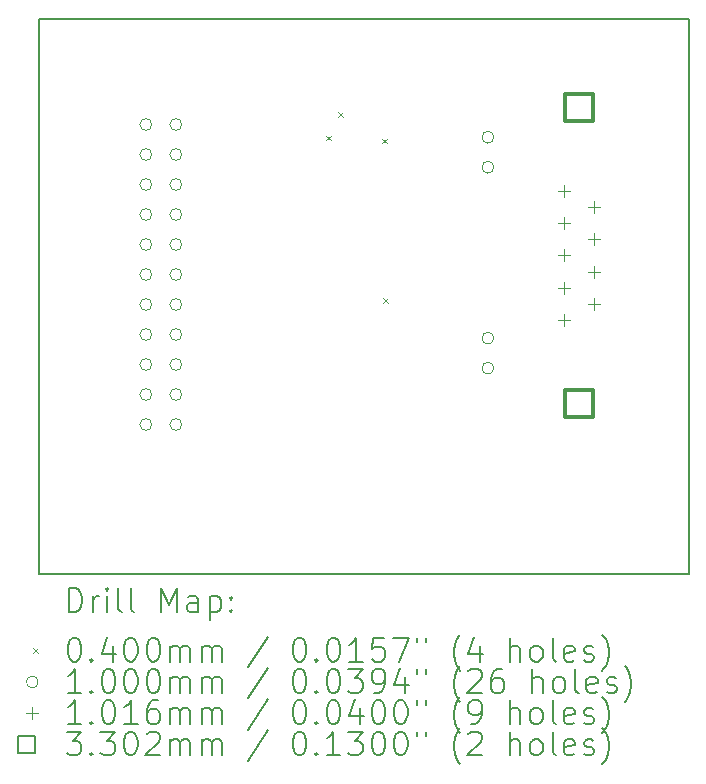
<source format=gbr>
%TF.GenerationSoftware,KiCad,Pcbnew,8.0.6*%
%TF.CreationDate,2024-12-29T09:39:46-05:00*%
%TF.ProjectId,Beagley-ai-2CAN,42656167-6c65-4792-9d61-692d3243414e,rev?*%
%TF.SameCoordinates,Original*%
%TF.FileFunction,Drillmap*%
%TF.FilePolarity,Positive*%
%FSLAX45Y45*%
G04 Gerber Fmt 4.5, Leading zero omitted, Abs format (unit mm)*
G04 Created by KiCad (PCBNEW 8.0.6) date 2024-12-29 09:39:46*
%MOMM*%
%LPD*%
G01*
G04 APERTURE LIST*
%ADD10C,0.150000*%
%ADD11C,0.200000*%
%ADD12C,0.100000*%
%ADD13C,0.101600*%
%ADD14C,0.330200*%
G04 APERTURE END LIST*
D10*
X7560000Y-7755000D02*
X7560000Y-3055000D01*
X13060000Y-7755000D02*
X7560000Y-7755000D01*
X13060000Y-3055000D02*
X7560000Y-3055000D01*
X13060000Y-3055000D02*
X13060000Y-7755000D01*
D11*
D12*
X9990000Y-4040000D02*
X10030000Y-4080000D01*
X10030000Y-4040000D02*
X9990000Y-4080000D01*
X10091500Y-3843500D02*
X10131500Y-3883500D01*
X10131500Y-3843500D02*
X10091500Y-3883500D01*
X10467250Y-4067250D02*
X10507250Y-4107250D01*
X10507250Y-4067250D02*
X10467250Y-4107250D01*
X10475000Y-5415000D02*
X10515000Y-5455000D01*
X10515000Y-5415000D02*
X10475000Y-5455000D01*
X8514000Y-3947000D02*
G75*
G02*
X8414000Y-3947000I-50000J0D01*
G01*
X8414000Y-3947000D02*
G75*
G02*
X8514000Y-3947000I50000J0D01*
G01*
X8514000Y-4201000D02*
G75*
G02*
X8414000Y-4201000I-50000J0D01*
G01*
X8414000Y-4201000D02*
G75*
G02*
X8514000Y-4201000I50000J0D01*
G01*
X8514000Y-4455000D02*
G75*
G02*
X8414000Y-4455000I-50000J0D01*
G01*
X8414000Y-4455000D02*
G75*
G02*
X8514000Y-4455000I50000J0D01*
G01*
X8514000Y-4709000D02*
G75*
G02*
X8414000Y-4709000I-50000J0D01*
G01*
X8414000Y-4709000D02*
G75*
G02*
X8514000Y-4709000I50000J0D01*
G01*
X8514000Y-4963000D02*
G75*
G02*
X8414000Y-4963000I-50000J0D01*
G01*
X8414000Y-4963000D02*
G75*
G02*
X8514000Y-4963000I50000J0D01*
G01*
X8514000Y-5217000D02*
G75*
G02*
X8414000Y-5217000I-50000J0D01*
G01*
X8414000Y-5217000D02*
G75*
G02*
X8514000Y-5217000I50000J0D01*
G01*
X8514000Y-5471000D02*
G75*
G02*
X8414000Y-5471000I-50000J0D01*
G01*
X8414000Y-5471000D02*
G75*
G02*
X8514000Y-5471000I50000J0D01*
G01*
X8514000Y-5725000D02*
G75*
G02*
X8414000Y-5725000I-50000J0D01*
G01*
X8414000Y-5725000D02*
G75*
G02*
X8514000Y-5725000I50000J0D01*
G01*
X8514000Y-5979000D02*
G75*
G02*
X8414000Y-5979000I-50000J0D01*
G01*
X8414000Y-5979000D02*
G75*
G02*
X8514000Y-5979000I50000J0D01*
G01*
X8514000Y-6233000D02*
G75*
G02*
X8414000Y-6233000I-50000J0D01*
G01*
X8414000Y-6233000D02*
G75*
G02*
X8514000Y-6233000I50000J0D01*
G01*
X8514000Y-6487000D02*
G75*
G02*
X8414000Y-6487000I-50000J0D01*
G01*
X8414000Y-6487000D02*
G75*
G02*
X8514000Y-6487000I50000J0D01*
G01*
X8768000Y-3947000D02*
G75*
G02*
X8668000Y-3947000I-50000J0D01*
G01*
X8668000Y-3947000D02*
G75*
G02*
X8768000Y-3947000I50000J0D01*
G01*
X8768000Y-4201000D02*
G75*
G02*
X8668000Y-4201000I-50000J0D01*
G01*
X8668000Y-4201000D02*
G75*
G02*
X8768000Y-4201000I50000J0D01*
G01*
X8768000Y-4455000D02*
G75*
G02*
X8668000Y-4455000I-50000J0D01*
G01*
X8668000Y-4455000D02*
G75*
G02*
X8768000Y-4455000I50000J0D01*
G01*
X8768000Y-4709000D02*
G75*
G02*
X8668000Y-4709000I-50000J0D01*
G01*
X8668000Y-4709000D02*
G75*
G02*
X8768000Y-4709000I50000J0D01*
G01*
X8768000Y-4963000D02*
G75*
G02*
X8668000Y-4963000I-50000J0D01*
G01*
X8668000Y-4963000D02*
G75*
G02*
X8768000Y-4963000I50000J0D01*
G01*
X8768000Y-5217000D02*
G75*
G02*
X8668000Y-5217000I-50000J0D01*
G01*
X8668000Y-5217000D02*
G75*
G02*
X8768000Y-5217000I50000J0D01*
G01*
X8768000Y-5471000D02*
G75*
G02*
X8668000Y-5471000I-50000J0D01*
G01*
X8668000Y-5471000D02*
G75*
G02*
X8768000Y-5471000I50000J0D01*
G01*
X8768000Y-5725000D02*
G75*
G02*
X8668000Y-5725000I-50000J0D01*
G01*
X8668000Y-5725000D02*
G75*
G02*
X8768000Y-5725000I50000J0D01*
G01*
X8768000Y-5979000D02*
G75*
G02*
X8668000Y-5979000I-50000J0D01*
G01*
X8668000Y-5979000D02*
G75*
G02*
X8768000Y-5979000I50000J0D01*
G01*
X8768000Y-6233000D02*
G75*
G02*
X8668000Y-6233000I-50000J0D01*
G01*
X8668000Y-6233000D02*
G75*
G02*
X8768000Y-6233000I50000J0D01*
G01*
X8768000Y-6487000D02*
G75*
G02*
X8668000Y-6487000I-50000J0D01*
G01*
X8668000Y-6487000D02*
G75*
G02*
X8768000Y-6487000I50000J0D01*
G01*
X11410000Y-4055000D02*
G75*
G02*
X11310000Y-4055000I-50000J0D01*
G01*
X11310000Y-4055000D02*
G75*
G02*
X11410000Y-4055000I50000J0D01*
G01*
X11410000Y-4309000D02*
G75*
G02*
X11310000Y-4309000I-50000J0D01*
G01*
X11310000Y-4309000D02*
G75*
G02*
X11410000Y-4309000I50000J0D01*
G01*
X11410000Y-5755000D02*
G75*
G02*
X11310000Y-5755000I-50000J0D01*
G01*
X11310000Y-5755000D02*
G75*
G02*
X11410000Y-5755000I50000J0D01*
G01*
X11410000Y-6009000D02*
G75*
G02*
X11310000Y-6009000I-50000J0D01*
G01*
X11310000Y-6009000D02*
G75*
G02*
X11410000Y-6009000I50000J0D01*
G01*
D13*
X12003000Y-4455560D02*
X12003000Y-4557160D01*
X11952200Y-4506360D02*
X12053800Y-4506360D01*
X12003000Y-4729880D02*
X12003000Y-4831480D01*
X11952200Y-4780680D02*
X12053800Y-4780680D01*
X12003000Y-5004200D02*
X12003000Y-5105800D01*
X11952200Y-5055000D02*
X12053800Y-5055000D01*
X12003000Y-5278520D02*
X12003000Y-5380120D01*
X11952200Y-5329320D02*
X12053800Y-5329320D01*
X12003000Y-5552840D02*
X12003000Y-5654440D01*
X11952200Y-5603640D02*
X12053800Y-5603640D01*
X12257000Y-4592720D02*
X12257000Y-4694320D01*
X12206200Y-4643520D02*
X12307800Y-4643520D01*
X12257000Y-4867040D02*
X12257000Y-4968640D01*
X12206200Y-4917840D02*
X12307800Y-4917840D01*
X12257000Y-5141360D02*
X12257000Y-5242960D01*
X12206200Y-5192160D02*
X12307800Y-5192160D01*
X12257000Y-5415680D02*
X12257000Y-5517280D01*
X12206200Y-5466480D02*
X12307800Y-5466480D01*
D14*
X12246744Y-3919524D02*
X12246744Y-3686036D01*
X12013256Y-3686036D01*
X12013256Y-3919524D01*
X12246744Y-3919524D01*
X12246744Y-6423964D02*
X12246744Y-6190476D01*
X12013256Y-6190476D01*
X12013256Y-6423964D01*
X12246744Y-6423964D01*
D11*
X7813277Y-8073984D02*
X7813277Y-7873984D01*
X7813277Y-7873984D02*
X7860896Y-7873984D01*
X7860896Y-7873984D02*
X7889467Y-7883508D01*
X7889467Y-7883508D02*
X7908515Y-7902555D01*
X7908515Y-7902555D02*
X7918039Y-7921603D01*
X7918039Y-7921603D02*
X7927562Y-7959698D01*
X7927562Y-7959698D02*
X7927562Y-7988269D01*
X7927562Y-7988269D02*
X7918039Y-8026365D01*
X7918039Y-8026365D02*
X7908515Y-8045412D01*
X7908515Y-8045412D02*
X7889467Y-8064460D01*
X7889467Y-8064460D02*
X7860896Y-8073984D01*
X7860896Y-8073984D02*
X7813277Y-8073984D01*
X8013277Y-8073984D02*
X8013277Y-7940650D01*
X8013277Y-7978746D02*
X8022801Y-7959698D01*
X8022801Y-7959698D02*
X8032324Y-7950174D01*
X8032324Y-7950174D02*
X8051372Y-7940650D01*
X8051372Y-7940650D02*
X8070420Y-7940650D01*
X8137086Y-8073984D02*
X8137086Y-7940650D01*
X8137086Y-7873984D02*
X8127562Y-7883508D01*
X8127562Y-7883508D02*
X8137086Y-7893031D01*
X8137086Y-7893031D02*
X8146610Y-7883508D01*
X8146610Y-7883508D02*
X8137086Y-7873984D01*
X8137086Y-7873984D02*
X8137086Y-7893031D01*
X8260896Y-8073984D02*
X8241848Y-8064460D01*
X8241848Y-8064460D02*
X8232324Y-8045412D01*
X8232324Y-8045412D02*
X8232324Y-7873984D01*
X8365658Y-8073984D02*
X8346610Y-8064460D01*
X8346610Y-8064460D02*
X8337086Y-8045412D01*
X8337086Y-8045412D02*
X8337086Y-7873984D01*
X8594229Y-8073984D02*
X8594229Y-7873984D01*
X8594229Y-7873984D02*
X8660896Y-8016841D01*
X8660896Y-8016841D02*
X8727563Y-7873984D01*
X8727563Y-7873984D02*
X8727563Y-8073984D01*
X8908515Y-8073984D02*
X8908515Y-7969222D01*
X8908515Y-7969222D02*
X8898991Y-7950174D01*
X8898991Y-7950174D02*
X8879944Y-7940650D01*
X8879944Y-7940650D02*
X8841848Y-7940650D01*
X8841848Y-7940650D02*
X8822801Y-7950174D01*
X8908515Y-8064460D02*
X8889467Y-8073984D01*
X8889467Y-8073984D02*
X8841848Y-8073984D01*
X8841848Y-8073984D02*
X8822801Y-8064460D01*
X8822801Y-8064460D02*
X8813277Y-8045412D01*
X8813277Y-8045412D02*
X8813277Y-8026365D01*
X8813277Y-8026365D02*
X8822801Y-8007317D01*
X8822801Y-8007317D02*
X8841848Y-7997793D01*
X8841848Y-7997793D02*
X8889467Y-7997793D01*
X8889467Y-7997793D02*
X8908515Y-7988269D01*
X9003753Y-7940650D02*
X9003753Y-8140650D01*
X9003753Y-7950174D02*
X9022801Y-7940650D01*
X9022801Y-7940650D02*
X9060896Y-7940650D01*
X9060896Y-7940650D02*
X9079944Y-7950174D01*
X9079944Y-7950174D02*
X9089467Y-7959698D01*
X9089467Y-7959698D02*
X9098991Y-7978746D01*
X9098991Y-7978746D02*
X9098991Y-8035888D01*
X9098991Y-8035888D02*
X9089467Y-8054936D01*
X9089467Y-8054936D02*
X9079944Y-8064460D01*
X9079944Y-8064460D02*
X9060896Y-8073984D01*
X9060896Y-8073984D02*
X9022801Y-8073984D01*
X9022801Y-8073984D02*
X9003753Y-8064460D01*
X9184705Y-8054936D02*
X9194229Y-8064460D01*
X9194229Y-8064460D02*
X9184705Y-8073984D01*
X9184705Y-8073984D02*
X9175182Y-8064460D01*
X9175182Y-8064460D02*
X9184705Y-8054936D01*
X9184705Y-8054936D02*
X9184705Y-8073984D01*
X9184705Y-7950174D02*
X9194229Y-7959698D01*
X9194229Y-7959698D02*
X9184705Y-7969222D01*
X9184705Y-7969222D02*
X9175182Y-7959698D01*
X9175182Y-7959698D02*
X9184705Y-7950174D01*
X9184705Y-7950174D02*
X9184705Y-7969222D01*
D12*
X7512500Y-8382500D02*
X7552500Y-8422500D01*
X7552500Y-8382500D02*
X7512500Y-8422500D01*
D11*
X7851372Y-8293984D02*
X7870420Y-8293984D01*
X7870420Y-8293984D02*
X7889467Y-8303508D01*
X7889467Y-8303508D02*
X7898991Y-8313031D01*
X7898991Y-8313031D02*
X7908515Y-8332079D01*
X7908515Y-8332079D02*
X7918039Y-8370174D01*
X7918039Y-8370174D02*
X7918039Y-8417793D01*
X7918039Y-8417793D02*
X7908515Y-8455889D01*
X7908515Y-8455889D02*
X7898991Y-8474936D01*
X7898991Y-8474936D02*
X7889467Y-8484460D01*
X7889467Y-8484460D02*
X7870420Y-8493984D01*
X7870420Y-8493984D02*
X7851372Y-8493984D01*
X7851372Y-8493984D02*
X7832324Y-8484460D01*
X7832324Y-8484460D02*
X7822801Y-8474936D01*
X7822801Y-8474936D02*
X7813277Y-8455889D01*
X7813277Y-8455889D02*
X7803753Y-8417793D01*
X7803753Y-8417793D02*
X7803753Y-8370174D01*
X7803753Y-8370174D02*
X7813277Y-8332079D01*
X7813277Y-8332079D02*
X7822801Y-8313031D01*
X7822801Y-8313031D02*
X7832324Y-8303508D01*
X7832324Y-8303508D02*
X7851372Y-8293984D01*
X8003753Y-8474936D02*
X8013277Y-8484460D01*
X8013277Y-8484460D02*
X8003753Y-8493984D01*
X8003753Y-8493984D02*
X7994229Y-8484460D01*
X7994229Y-8484460D02*
X8003753Y-8474936D01*
X8003753Y-8474936D02*
X8003753Y-8493984D01*
X8184705Y-8360650D02*
X8184705Y-8493984D01*
X8137086Y-8284460D02*
X8089467Y-8427317D01*
X8089467Y-8427317D02*
X8213277Y-8427317D01*
X8327562Y-8293984D02*
X8346610Y-8293984D01*
X8346610Y-8293984D02*
X8365658Y-8303508D01*
X8365658Y-8303508D02*
X8375182Y-8313031D01*
X8375182Y-8313031D02*
X8384705Y-8332079D01*
X8384705Y-8332079D02*
X8394229Y-8370174D01*
X8394229Y-8370174D02*
X8394229Y-8417793D01*
X8394229Y-8417793D02*
X8384705Y-8455889D01*
X8384705Y-8455889D02*
X8375182Y-8474936D01*
X8375182Y-8474936D02*
X8365658Y-8484460D01*
X8365658Y-8484460D02*
X8346610Y-8493984D01*
X8346610Y-8493984D02*
X8327562Y-8493984D01*
X8327562Y-8493984D02*
X8308515Y-8484460D01*
X8308515Y-8484460D02*
X8298991Y-8474936D01*
X8298991Y-8474936D02*
X8289467Y-8455889D01*
X8289467Y-8455889D02*
X8279943Y-8417793D01*
X8279943Y-8417793D02*
X8279943Y-8370174D01*
X8279943Y-8370174D02*
X8289467Y-8332079D01*
X8289467Y-8332079D02*
X8298991Y-8313031D01*
X8298991Y-8313031D02*
X8308515Y-8303508D01*
X8308515Y-8303508D02*
X8327562Y-8293984D01*
X8518039Y-8293984D02*
X8537086Y-8293984D01*
X8537086Y-8293984D02*
X8556134Y-8303508D01*
X8556134Y-8303508D02*
X8565658Y-8313031D01*
X8565658Y-8313031D02*
X8575182Y-8332079D01*
X8575182Y-8332079D02*
X8584705Y-8370174D01*
X8584705Y-8370174D02*
X8584705Y-8417793D01*
X8584705Y-8417793D02*
X8575182Y-8455889D01*
X8575182Y-8455889D02*
X8565658Y-8474936D01*
X8565658Y-8474936D02*
X8556134Y-8484460D01*
X8556134Y-8484460D02*
X8537086Y-8493984D01*
X8537086Y-8493984D02*
X8518039Y-8493984D01*
X8518039Y-8493984D02*
X8498991Y-8484460D01*
X8498991Y-8484460D02*
X8489467Y-8474936D01*
X8489467Y-8474936D02*
X8479944Y-8455889D01*
X8479944Y-8455889D02*
X8470420Y-8417793D01*
X8470420Y-8417793D02*
X8470420Y-8370174D01*
X8470420Y-8370174D02*
X8479944Y-8332079D01*
X8479944Y-8332079D02*
X8489467Y-8313031D01*
X8489467Y-8313031D02*
X8498991Y-8303508D01*
X8498991Y-8303508D02*
X8518039Y-8293984D01*
X8670420Y-8493984D02*
X8670420Y-8360650D01*
X8670420Y-8379698D02*
X8679944Y-8370174D01*
X8679944Y-8370174D02*
X8698991Y-8360650D01*
X8698991Y-8360650D02*
X8727563Y-8360650D01*
X8727563Y-8360650D02*
X8746610Y-8370174D01*
X8746610Y-8370174D02*
X8756134Y-8389222D01*
X8756134Y-8389222D02*
X8756134Y-8493984D01*
X8756134Y-8389222D02*
X8765658Y-8370174D01*
X8765658Y-8370174D02*
X8784705Y-8360650D01*
X8784705Y-8360650D02*
X8813277Y-8360650D01*
X8813277Y-8360650D02*
X8832325Y-8370174D01*
X8832325Y-8370174D02*
X8841848Y-8389222D01*
X8841848Y-8389222D02*
X8841848Y-8493984D01*
X8937086Y-8493984D02*
X8937086Y-8360650D01*
X8937086Y-8379698D02*
X8946610Y-8370174D01*
X8946610Y-8370174D02*
X8965658Y-8360650D01*
X8965658Y-8360650D02*
X8994229Y-8360650D01*
X8994229Y-8360650D02*
X9013277Y-8370174D01*
X9013277Y-8370174D02*
X9022801Y-8389222D01*
X9022801Y-8389222D02*
X9022801Y-8493984D01*
X9022801Y-8389222D02*
X9032325Y-8370174D01*
X9032325Y-8370174D02*
X9051372Y-8360650D01*
X9051372Y-8360650D02*
X9079944Y-8360650D01*
X9079944Y-8360650D02*
X9098991Y-8370174D01*
X9098991Y-8370174D02*
X9108515Y-8389222D01*
X9108515Y-8389222D02*
X9108515Y-8493984D01*
X9498991Y-8284460D02*
X9327563Y-8541603D01*
X9756134Y-8293984D02*
X9775182Y-8293984D01*
X9775182Y-8293984D02*
X9794229Y-8303508D01*
X9794229Y-8303508D02*
X9803753Y-8313031D01*
X9803753Y-8313031D02*
X9813277Y-8332079D01*
X9813277Y-8332079D02*
X9822801Y-8370174D01*
X9822801Y-8370174D02*
X9822801Y-8417793D01*
X9822801Y-8417793D02*
X9813277Y-8455889D01*
X9813277Y-8455889D02*
X9803753Y-8474936D01*
X9803753Y-8474936D02*
X9794229Y-8484460D01*
X9794229Y-8484460D02*
X9775182Y-8493984D01*
X9775182Y-8493984D02*
X9756134Y-8493984D01*
X9756134Y-8493984D02*
X9737087Y-8484460D01*
X9737087Y-8484460D02*
X9727563Y-8474936D01*
X9727563Y-8474936D02*
X9718039Y-8455889D01*
X9718039Y-8455889D02*
X9708515Y-8417793D01*
X9708515Y-8417793D02*
X9708515Y-8370174D01*
X9708515Y-8370174D02*
X9718039Y-8332079D01*
X9718039Y-8332079D02*
X9727563Y-8313031D01*
X9727563Y-8313031D02*
X9737087Y-8303508D01*
X9737087Y-8303508D02*
X9756134Y-8293984D01*
X9908515Y-8474936D02*
X9918039Y-8484460D01*
X9918039Y-8484460D02*
X9908515Y-8493984D01*
X9908515Y-8493984D02*
X9898991Y-8484460D01*
X9898991Y-8484460D02*
X9908515Y-8474936D01*
X9908515Y-8474936D02*
X9908515Y-8493984D01*
X10041848Y-8293984D02*
X10060896Y-8293984D01*
X10060896Y-8293984D02*
X10079944Y-8303508D01*
X10079944Y-8303508D02*
X10089468Y-8313031D01*
X10089468Y-8313031D02*
X10098991Y-8332079D01*
X10098991Y-8332079D02*
X10108515Y-8370174D01*
X10108515Y-8370174D02*
X10108515Y-8417793D01*
X10108515Y-8417793D02*
X10098991Y-8455889D01*
X10098991Y-8455889D02*
X10089468Y-8474936D01*
X10089468Y-8474936D02*
X10079944Y-8484460D01*
X10079944Y-8484460D02*
X10060896Y-8493984D01*
X10060896Y-8493984D02*
X10041848Y-8493984D01*
X10041848Y-8493984D02*
X10022801Y-8484460D01*
X10022801Y-8484460D02*
X10013277Y-8474936D01*
X10013277Y-8474936D02*
X10003753Y-8455889D01*
X10003753Y-8455889D02*
X9994229Y-8417793D01*
X9994229Y-8417793D02*
X9994229Y-8370174D01*
X9994229Y-8370174D02*
X10003753Y-8332079D01*
X10003753Y-8332079D02*
X10013277Y-8313031D01*
X10013277Y-8313031D02*
X10022801Y-8303508D01*
X10022801Y-8303508D02*
X10041848Y-8293984D01*
X10298991Y-8493984D02*
X10184706Y-8493984D01*
X10241848Y-8493984D02*
X10241848Y-8293984D01*
X10241848Y-8293984D02*
X10222801Y-8322555D01*
X10222801Y-8322555D02*
X10203753Y-8341603D01*
X10203753Y-8341603D02*
X10184706Y-8351127D01*
X10479944Y-8293984D02*
X10384706Y-8293984D01*
X10384706Y-8293984D02*
X10375182Y-8389222D01*
X10375182Y-8389222D02*
X10384706Y-8379698D01*
X10384706Y-8379698D02*
X10403753Y-8370174D01*
X10403753Y-8370174D02*
X10451372Y-8370174D01*
X10451372Y-8370174D02*
X10470420Y-8379698D01*
X10470420Y-8379698D02*
X10479944Y-8389222D01*
X10479944Y-8389222D02*
X10489468Y-8408270D01*
X10489468Y-8408270D02*
X10489468Y-8455889D01*
X10489468Y-8455889D02*
X10479944Y-8474936D01*
X10479944Y-8474936D02*
X10470420Y-8484460D01*
X10470420Y-8484460D02*
X10451372Y-8493984D01*
X10451372Y-8493984D02*
X10403753Y-8493984D01*
X10403753Y-8493984D02*
X10384706Y-8484460D01*
X10384706Y-8484460D02*
X10375182Y-8474936D01*
X10556134Y-8293984D02*
X10689468Y-8293984D01*
X10689468Y-8293984D02*
X10603753Y-8493984D01*
X10756134Y-8293984D02*
X10756134Y-8332079D01*
X10832325Y-8293984D02*
X10832325Y-8332079D01*
X11127563Y-8570174D02*
X11118039Y-8560650D01*
X11118039Y-8560650D02*
X11098991Y-8532079D01*
X11098991Y-8532079D02*
X11089468Y-8513031D01*
X11089468Y-8513031D02*
X11079944Y-8484460D01*
X11079944Y-8484460D02*
X11070420Y-8436841D01*
X11070420Y-8436841D02*
X11070420Y-8398746D01*
X11070420Y-8398746D02*
X11079944Y-8351127D01*
X11079944Y-8351127D02*
X11089468Y-8322555D01*
X11089468Y-8322555D02*
X11098991Y-8303508D01*
X11098991Y-8303508D02*
X11118039Y-8274936D01*
X11118039Y-8274936D02*
X11127563Y-8265412D01*
X11289468Y-8360650D02*
X11289468Y-8493984D01*
X11241848Y-8284460D02*
X11194229Y-8427317D01*
X11194229Y-8427317D02*
X11318039Y-8427317D01*
X11546610Y-8493984D02*
X11546610Y-8293984D01*
X11632325Y-8493984D02*
X11632325Y-8389222D01*
X11632325Y-8389222D02*
X11622801Y-8370174D01*
X11622801Y-8370174D02*
X11603753Y-8360650D01*
X11603753Y-8360650D02*
X11575182Y-8360650D01*
X11575182Y-8360650D02*
X11556134Y-8370174D01*
X11556134Y-8370174D02*
X11546610Y-8379698D01*
X11756134Y-8493984D02*
X11737087Y-8484460D01*
X11737087Y-8484460D02*
X11727563Y-8474936D01*
X11727563Y-8474936D02*
X11718039Y-8455889D01*
X11718039Y-8455889D02*
X11718039Y-8398746D01*
X11718039Y-8398746D02*
X11727563Y-8379698D01*
X11727563Y-8379698D02*
X11737087Y-8370174D01*
X11737087Y-8370174D02*
X11756134Y-8360650D01*
X11756134Y-8360650D02*
X11784706Y-8360650D01*
X11784706Y-8360650D02*
X11803753Y-8370174D01*
X11803753Y-8370174D02*
X11813277Y-8379698D01*
X11813277Y-8379698D02*
X11822801Y-8398746D01*
X11822801Y-8398746D02*
X11822801Y-8455889D01*
X11822801Y-8455889D02*
X11813277Y-8474936D01*
X11813277Y-8474936D02*
X11803753Y-8484460D01*
X11803753Y-8484460D02*
X11784706Y-8493984D01*
X11784706Y-8493984D02*
X11756134Y-8493984D01*
X11937087Y-8493984D02*
X11918039Y-8484460D01*
X11918039Y-8484460D02*
X11908515Y-8465412D01*
X11908515Y-8465412D02*
X11908515Y-8293984D01*
X12089468Y-8484460D02*
X12070420Y-8493984D01*
X12070420Y-8493984D02*
X12032325Y-8493984D01*
X12032325Y-8493984D02*
X12013277Y-8484460D01*
X12013277Y-8484460D02*
X12003753Y-8465412D01*
X12003753Y-8465412D02*
X12003753Y-8389222D01*
X12003753Y-8389222D02*
X12013277Y-8370174D01*
X12013277Y-8370174D02*
X12032325Y-8360650D01*
X12032325Y-8360650D02*
X12070420Y-8360650D01*
X12070420Y-8360650D02*
X12089468Y-8370174D01*
X12089468Y-8370174D02*
X12098991Y-8389222D01*
X12098991Y-8389222D02*
X12098991Y-8408270D01*
X12098991Y-8408270D02*
X12003753Y-8427317D01*
X12175182Y-8484460D02*
X12194230Y-8493984D01*
X12194230Y-8493984D02*
X12232325Y-8493984D01*
X12232325Y-8493984D02*
X12251372Y-8484460D01*
X12251372Y-8484460D02*
X12260896Y-8465412D01*
X12260896Y-8465412D02*
X12260896Y-8455889D01*
X12260896Y-8455889D02*
X12251372Y-8436841D01*
X12251372Y-8436841D02*
X12232325Y-8427317D01*
X12232325Y-8427317D02*
X12203753Y-8427317D01*
X12203753Y-8427317D02*
X12184706Y-8417793D01*
X12184706Y-8417793D02*
X12175182Y-8398746D01*
X12175182Y-8398746D02*
X12175182Y-8389222D01*
X12175182Y-8389222D02*
X12184706Y-8370174D01*
X12184706Y-8370174D02*
X12203753Y-8360650D01*
X12203753Y-8360650D02*
X12232325Y-8360650D01*
X12232325Y-8360650D02*
X12251372Y-8370174D01*
X12327563Y-8570174D02*
X12337087Y-8560650D01*
X12337087Y-8560650D02*
X12356134Y-8532079D01*
X12356134Y-8532079D02*
X12365658Y-8513031D01*
X12365658Y-8513031D02*
X12375182Y-8484460D01*
X12375182Y-8484460D02*
X12384706Y-8436841D01*
X12384706Y-8436841D02*
X12384706Y-8398746D01*
X12384706Y-8398746D02*
X12375182Y-8351127D01*
X12375182Y-8351127D02*
X12365658Y-8322555D01*
X12365658Y-8322555D02*
X12356134Y-8303508D01*
X12356134Y-8303508D02*
X12337087Y-8274936D01*
X12337087Y-8274936D02*
X12327563Y-8265412D01*
D12*
X7552500Y-8666500D02*
G75*
G02*
X7452500Y-8666500I-50000J0D01*
G01*
X7452500Y-8666500D02*
G75*
G02*
X7552500Y-8666500I50000J0D01*
G01*
D11*
X7918039Y-8757984D02*
X7803753Y-8757984D01*
X7860896Y-8757984D02*
X7860896Y-8557984D01*
X7860896Y-8557984D02*
X7841848Y-8586555D01*
X7841848Y-8586555D02*
X7822801Y-8605603D01*
X7822801Y-8605603D02*
X7803753Y-8615127D01*
X8003753Y-8738936D02*
X8013277Y-8748460D01*
X8013277Y-8748460D02*
X8003753Y-8757984D01*
X8003753Y-8757984D02*
X7994229Y-8748460D01*
X7994229Y-8748460D02*
X8003753Y-8738936D01*
X8003753Y-8738936D02*
X8003753Y-8757984D01*
X8137086Y-8557984D02*
X8156134Y-8557984D01*
X8156134Y-8557984D02*
X8175182Y-8567508D01*
X8175182Y-8567508D02*
X8184705Y-8577031D01*
X8184705Y-8577031D02*
X8194229Y-8596079D01*
X8194229Y-8596079D02*
X8203753Y-8634174D01*
X8203753Y-8634174D02*
X8203753Y-8681793D01*
X8203753Y-8681793D02*
X8194229Y-8719889D01*
X8194229Y-8719889D02*
X8184705Y-8738936D01*
X8184705Y-8738936D02*
X8175182Y-8748460D01*
X8175182Y-8748460D02*
X8156134Y-8757984D01*
X8156134Y-8757984D02*
X8137086Y-8757984D01*
X8137086Y-8757984D02*
X8118039Y-8748460D01*
X8118039Y-8748460D02*
X8108515Y-8738936D01*
X8108515Y-8738936D02*
X8098991Y-8719889D01*
X8098991Y-8719889D02*
X8089467Y-8681793D01*
X8089467Y-8681793D02*
X8089467Y-8634174D01*
X8089467Y-8634174D02*
X8098991Y-8596079D01*
X8098991Y-8596079D02*
X8108515Y-8577031D01*
X8108515Y-8577031D02*
X8118039Y-8567508D01*
X8118039Y-8567508D02*
X8137086Y-8557984D01*
X8327562Y-8557984D02*
X8346610Y-8557984D01*
X8346610Y-8557984D02*
X8365658Y-8567508D01*
X8365658Y-8567508D02*
X8375182Y-8577031D01*
X8375182Y-8577031D02*
X8384705Y-8596079D01*
X8384705Y-8596079D02*
X8394229Y-8634174D01*
X8394229Y-8634174D02*
X8394229Y-8681793D01*
X8394229Y-8681793D02*
X8384705Y-8719889D01*
X8384705Y-8719889D02*
X8375182Y-8738936D01*
X8375182Y-8738936D02*
X8365658Y-8748460D01*
X8365658Y-8748460D02*
X8346610Y-8757984D01*
X8346610Y-8757984D02*
X8327562Y-8757984D01*
X8327562Y-8757984D02*
X8308515Y-8748460D01*
X8308515Y-8748460D02*
X8298991Y-8738936D01*
X8298991Y-8738936D02*
X8289467Y-8719889D01*
X8289467Y-8719889D02*
X8279943Y-8681793D01*
X8279943Y-8681793D02*
X8279943Y-8634174D01*
X8279943Y-8634174D02*
X8289467Y-8596079D01*
X8289467Y-8596079D02*
X8298991Y-8577031D01*
X8298991Y-8577031D02*
X8308515Y-8567508D01*
X8308515Y-8567508D02*
X8327562Y-8557984D01*
X8518039Y-8557984D02*
X8537086Y-8557984D01*
X8537086Y-8557984D02*
X8556134Y-8567508D01*
X8556134Y-8567508D02*
X8565658Y-8577031D01*
X8565658Y-8577031D02*
X8575182Y-8596079D01*
X8575182Y-8596079D02*
X8584705Y-8634174D01*
X8584705Y-8634174D02*
X8584705Y-8681793D01*
X8584705Y-8681793D02*
X8575182Y-8719889D01*
X8575182Y-8719889D02*
X8565658Y-8738936D01*
X8565658Y-8738936D02*
X8556134Y-8748460D01*
X8556134Y-8748460D02*
X8537086Y-8757984D01*
X8537086Y-8757984D02*
X8518039Y-8757984D01*
X8518039Y-8757984D02*
X8498991Y-8748460D01*
X8498991Y-8748460D02*
X8489467Y-8738936D01*
X8489467Y-8738936D02*
X8479944Y-8719889D01*
X8479944Y-8719889D02*
X8470420Y-8681793D01*
X8470420Y-8681793D02*
X8470420Y-8634174D01*
X8470420Y-8634174D02*
X8479944Y-8596079D01*
X8479944Y-8596079D02*
X8489467Y-8577031D01*
X8489467Y-8577031D02*
X8498991Y-8567508D01*
X8498991Y-8567508D02*
X8518039Y-8557984D01*
X8670420Y-8757984D02*
X8670420Y-8624650D01*
X8670420Y-8643698D02*
X8679944Y-8634174D01*
X8679944Y-8634174D02*
X8698991Y-8624650D01*
X8698991Y-8624650D02*
X8727563Y-8624650D01*
X8727563Y-8624650D02*
X8746610Y-8634174D01*
X8746610Y-8634174D02*
X8756134Y-8653222D01*
X8756134Y-8653222D02*
X8756134Y-8757984D01*
X8756134Y-8653222D02*
X8765658Y-8634174D01*
X8765658Y-8634174D02*
X8784705Y-8624650D01*
X8784705Y-8624650D02*
X8813277Y-8624650D01*
X8813277Y-8624650D02*
X8832325Y-8634174D01*
X8832325Y-8634174D02*
X8841848Y-8653222D01*
X8841848Y-8653222D02*
X8841848Y-8757984D01*
X8937086Y-8757984D02*
X8937086Y-8624650D01*
X8937086Y-8643698D02*
X8946610Y-8634174D01*
X8946610Y-8634174D02*
X8965658Y-8624650D01*
X8965658Y-8624650D02*
X8994229Y-8624650D01*
X8994229Y-8624650D02*
X9013277Y-8634174D01*
X9013277Y-8634174D02*
X9022801Y-8653222D01*
X9022801Y-8653222D02*
X9022801Y-8757984D01*
X9022801Y-8653222D02*
X9032325Y-8634174D01*
X9032325Y-8634174D02*
X9051372Y-8624650D01*
X9051372Y-8624650D02*
X9079944Y-8624650D01*
X9079944Y-8624650D02*
X9098991Y-8634174D01*
X9098991Y-8634174D02*
X9108515Y-8653222D01*
X9108515Y-8653222D02*
X9108515Y-8757984D01*
X9498991Y-8548460D02*
X9327563Y-8805603D01*
X9756134Y-8557984D02*
X9775182Y-8557984D01*
X9775182Y-8557984D02*
X9794229Y-8567508D01*
X9794229Y-8567508D02*
X9803753Y-8577031D01*
X9803753Y-8577031D02*
X9813277Y-8596079D01*
X9813277Y-8596079D02*
X9822801Y-8634174D01*
X9822801Y-8634174D02*
X9822801Y-8681793D01*
X9822801Y-8681793D02*
X9813277Y-8719889D01*
X9813277Y-8719889D02*
X9803753Y-8738936D01*
X9803753Y-8738936D02*
X9794229Y-8748460D01*
X9794229Y-8748460D02*
X9775182Y-8757984D01*
X9775182Y-8757984D02*
X9756134Y-8757984D01*
X9756134Y-8757984D02*
X9737087Y-8748460D01*
X9737087Y-8748460D02*
X9727563Y-8738936D01*
X9727563Y-8738936D02*
X9718039Y-8719889D01*
X9718039Y-8719889D02*
X9708515Y-8681793D01*
X9708515Y-8681793D02*
X9708515Y-8634174D01*
X9708515Y-8634174D02*
X9718039Y-8596079D01*
X9718039Y-8596079D02*
X9727563Y-8577031D01*
X9727563Y-8577031D02*
X9737087Y-8567508D01*
X9737087Y-8567508D02*
X9756134Y-8557984D01*
X9908515Y-8738936D02*
X9918039Y-8748460D01*
X9918039Y-8748460D02*
X9908515Y-8757984D01*
X9908515Y-8757984D02*
X9898991Y-8748460D01*
X9898991Y-8748460D02*
X9908515Y-8738936D01*
X9908515Y-8738936D02*
X9908515Y-8757984D01*
X10041848Y-8557984D02*
X10060896Y-8557984D01*
X10060896Y-8557984D02*
X10079944Y-8567508D01*
X10079944Y-8567508D02*
X10089468Y-8577031D01*
X10089468Y-8577031D02*
X10098991Y-8596079D01*
X10098991Y-8596079D02*
X10108515Y-8634174D01*
X10108515Y-8634174D02*
X10108515Y-8681793D01*
X10108515Y-8681793D02*
X10098991Y-8719889D01*
X10098991Y-8719889D02*
X10089468Y-8738936D01*
X10089468Y-8738936D02*
X10079944Y-8748460D01*
X10079944Y-8748460D02*
X10060896Y-8757984D01*
X10060896Y-8757984D02*
X10041848Y-8757984D01*
X10041848Y-8757984D02*
X10022801Y-8748460D01*
X10022801Y-8748460D02*
X10013277Y-8738936D01*
X10013277Y-8738936D02*
X10003753Y-8719889D01*
X10003753Y-8719889D02*
X9994229Y-8681793D01*
X9994229Y-8681793D02*
X9994229Y-8634174D01*
X9994229Y-8634174D02*
X10003753Y-8596079D01*
X10003753Y-8596079D02*
X10013277Y-8577031D01*
X10013277Y-8577031D02*
X10022801Y-8567508D01*
X10022801Y-8567508D02*
X10041848Y-8557984D01*
X10175182Y-8557984D02*
X10298991Y-8557984D01*
X10298991Y-8557984D02*
X10232325Y-8634174D01*
X10232325Y-8634174D02*
X10260896Y-8634174D01*
X10260896Y-8634174D02*
X10279944Y-8643698D01*
X10279944Y-8643698D02*
X10289468Y-8653222D01*
X10289468Y-8653222D02*
X10298991Y-8672270D01*
X10298991Y-8672270D02*
X10298991Y-8719889D01*
X10298991Y-8719889D02*
X10289468Y-8738936D01*
X10289468Y-8738936D02*
X10279944Y-8748460D01*
X10279944Y-8748460D02*
X10260896Y-8757984D01*
X10260896Y-8757984D02*
X10203753Y-8757984D01*
X10203753Y-8757984D02*
X10184706Y-8748460D01*
X10184706Y-8748460D02*
X10175182Y-8738936D01*
X10394229Y-8757984D02*
X10432325Y-8757984D01*
X10432325Y-8757984D02*
X10451372Y-8748460D01*
X10451372Y-8748460D02*
X10460896Y-8738936D01*
X10460896Y-8738936D02*
X10479944Y-8710365D01*
X10479944Y-8710365D02*
X10489468Y-8672270D01*
X10489468Y-8672270D02*
X10489468Y-8596079D01*
X10489468Y-8596079D02*
X10479944Y-8577031D01*
X10479944Y-8577031D02*
X10470420Y-8567508D01*
X10470420Y-8567508D02*
X10451372Y-8557984D01*
X10451372Y-8557984D02*
X10413277Y-8557984D01*
X10413277Y-8557984D02*
X10394229Y-8567508D01*
X10394229Y-8567508D02*
X10384706Y-8577031D01*
X10384706Y-8577031D02*
X10375182Y-8596079D01*
X10375182Y-8596079D02*
X10375182Y-8643698D01*
X10375182Y-8643698D02*
X10384706Y-8662746D01*
X10384706Y-8662746D02*
X10394229Y-8672270D01*
X10394229Y-8672270D02*
X10413277Y-8681793D01*
X10413277Y-8681793D02*
X10451372Y-8681793D01*
X10451372Y-8681793D02*
X10470420Y-8672270D01*
X10470420Y-8672270D02*
X10479944Y-8662746D01*
X10479944Y-8662746D02*
X10489468Y-8643698D01*
X10660896Y-8624650D02*
X10660896Y-8757984D01*
X10613277Y-8548460D02*
X10565658Y-8691317D01*
X10565658Y-8691317D02*
X10689468Y-8691317D01*
X10756134Y-8557984D02*
X10756134Y-8596079D01*
X10832325Y-8557984D02*
X10832325Y-8596079D01*
X11127563Y-8834174D02*
X11118039Y-8824650D01*
X11118039Y-8824650D02*
X11098991Y-8796079D01*
X11098991Y-8796079D02*
X11089468Y-8777031D01*
X11089468Y-8777031D02*
X11079944Y-8748460D01*
X11079944Y-8748460D02*
X11070420Y-8700841D01*
X11070420Y-8700841D02*
X11070420Y-8662746D01*
X11070420Y-8662746D02*
X11079944Y-8615127D01*
X11079944Y-8615127D02*
X11089468Y-8586555D01*
X11089468Y-8586555D02*
X11098991Y-8567508D01*
X11098991Y-8567508D02*
X11118039Y-8538936D01*
X11118039Y-8538936D02*
X11127563Y-8529412D01*
X11194229Y-8577031D02*
X11203753Y-8567508D01*
X11203753Y-8567508D02*
X11222801Y-8557984D01*
X11222801Y-8557984D02*
X11270420Y-8557984D01*
X11270420Y-8557984D02*
X11289468Y-8567508D01*
X11289468Y-8567508D02*
X11298991Y-8577031D01*
X11298991Y-8577031D02*
X11308515Y-8596079D01*
X11308515Y-8596079D02*
X11308515Y-8615127D01*
X11308515Y-8615127D02*
X11298991Y-8643698D01*
X11298991Y-8643698D02*
X11184706Y-8757984D01*
X11184706Y-8757984D02*
X11308515Y-8757984D01*
X11479944Y-8557984D02*
X11441848Y-8557984D01*
X11441848Y-8557984D02*
X11422801Y-8567508D01*
X11422801Y-8567508D02*
X11413277Y-8577031D01*
X11413277Y-8577031D02*
X11394229Y-8605603D01*
X11394229Y-8605603D02*
X11384706Y-8643698D01*
X11384706Y-8643698D02*
X11384706Y-8719889D01*
X11384706Y-8719889D02*
X11394229Y-8738936D01*
X11394229Y-8738936D02*
X11403753Y-8748460D01*
X11403753Y-8748460D02*
X11422801Y-8757984D01*
X11422801Y-8757984D02*
X11460896Y-8757984D01*
X11460896Y-8757984D02*
X11479944Y-8748460D01*
X11479944Y-8748460D02*
X11489468Y-8738936D01*
X11489468Y-8738936D02*
X11498991Y-8719889D01*
X11498991Y-8719889D02*
X11498991Y-8672270D01*
X11498991Y-8672270D02*
X11489468Y-8653222D01*
X11489468Y-8653222D02*
X11479944Y-8643698D01*
X11479944Y-8643698D02*
X11460896Y-8634174D01*
X11460896Y-8634174D02*
X11422801Y-8634174D01*
X11422801Y-8634174D02*
X11403753Y-8643698D01*
X11403753Y-8643698D02*
X11394229Y-8653222D01*
X11394229Y-8653222D02*
X11384706Y-8672270D01*
X11737087Y-8757984D02*
X11737087Y-8557984D01*
X11822801Y-8757984D02*
X11822801Y-8653222D01*
X11822801Y-8653222D02*
X11813277Y-8634174D01*
X11813277Y-8634174D02*
X11794230Y-8624650D01*
X11794230Y-8624650D02*
X11765658Y-8624650D01*
X11765658Y-8624650D02*
X11746610Y-8634174D01*
X11746610Y-8634174D02*
X11737087Y-8643698D01*
X11946610Y-8757984D02*
X11927563Y-8748460D01*
X11927563Y-8748460D02*
X11918039Y-8738936D01*
X11918039Y-8738936D02*
X11908515Y-8719889D01*
X11908515Y-8719889D02*
X11908515Y-8662746D01*
X11908515Y-8662746D02*
X11918039Y-8643698D01*
X11918039Y-8643698D02*
X11927563Y-8634174D01*
X11927563Y-8634174D02*
X11946610Y-8624650D01*
X11946610Y-8624650D02*
X11975182Y-8624650D01*
X11975182Y-8624650D02*
X11994230Y-8634174D01*
X11994230Y-8634174D02*
X12003753Y-8643698D01*
X12003753Y-8643698D02*
X12013277Y-8662746D01*
X12013277Y-8662746D02*
X12013277Y-8719889D01*
X12013277Y-8719889D02*
X12003753Y-8738936D01*
X12003753Y-8738936D02*
X11994230Y-8748460D01*
X11994230Y-8748460D02*
X11975182Y-8757984D01*
X11975182Y-8757984D02*
X11946610Y-8757984D01*
X12127563Y-8757984D02*
X12108515Y-8748460D01*
X12108515Y-8748460D02*
X12098991Y-8729412D01*
X12098991Y-8729412D02*
X12098991Y-8557984D01*
X12279944Y-8748460D02*
X12260896Y-8757984D01*
X12260896Y-8757984D02*
X12222801Y-8757984D01*
X12222801Y-8757984D02*
X12203753Y-8748460D01*
X12203753Y-8748460D02*
X12194230Y-8729412D01*
X12194230Y-8729412D02*
X12194230Y-8653222D01*
X12194230Y-8653222D02*
X12203753Y-8634174D01*
X12203753Y-8634174D02*
X12222801Y-8624650D01*
X12222801Y-8624650D02*
X12260896Y-8624650D01*
X12260896Y-8624650D02*
X12279944Y-8634174D01*
X12279944Y-8634174D02*
X12289468Y-8653222D01*
X12289468Y-8653222D02*
X12289468Y-8672270D01*
X12289468Y-8672270D02*
X12194230Y-8691317D01*
X12365658Y-8748460D02*
X12384706Y-8757984D01*
X12384706Y-8757984D02*
X12422801Y-8757984D01*
X12422801Y-8757984D02*
X12441849Y-8748460D01*
X12441849Y-8748460D02*
X12451372Y-8729412D01*
X12451372Y-8729412D02*
X12451372Y-8719889D01*
X12451372Y-8719889D02*
X12441849Y-8700841D01*
X12441849Y-8700841D02*
X12422801Y-8691317D01*
X12422801Y-8691317D02*
X12394230Y-8691317D01*
X12394230Y-8691317D02*
X12375182Y-8681793D01*
X12375182Y-8681793D02*
X12365658Y-8662746D01*
X12365658Y-8662746D02*
X12365658Y-8653222D01*
X12365658Y-8653222D02*
X12375182Y-8634174D01*
X12375182Y-8634174D02*
X12394230Y-8624650D01*
X12394230Y-8624650D02*
X12422801Y-8624650D01*
X12422801Y-8624650D02*
X12441849Y-8634174D01*
X12518039Y-8834174D02*
X12527563Y-8824650D01*
X12527563Y-8824650D02*
X12546611Y-8796079D01*
X12546611Y-8796079D02*
X12556134Y-8777031D01*
X12556134Y-8777031D02*
X12565658Y-8748460D01*
X12565658Y-8748460D02*
X12575182Y-8700841D01*
X12575182Y-8700841D02*
X12575182Y-8662746D01*
X12575182Y-8662746D02*
X12565658Y-8615127D01*
X12565658Y-8615127D02*
X12556134Y-8586555D01*
X12556134Y-8586555D02*
X12546611Y-8567508D01*
X12546611Y-8567508D02*
X12527563Y-8538936D01*
X12527563Y-8538936D02*
X12518039Y-8529412D01*
D13*
X7501700Y-8879700D02*
X7501700Y-8981300D01*
X7450900Y-8930500D02*
X7552500Y-8930500D01*
D11*
X7918039Y-9021984D02*
X7803753Y-9021984D01*
X7860896Y-9021984D02*
X7860896Y-8821984D01*
X7860896Y-8821984D02*
X7841848Y-8850555D01*
X7841848Y-8850555D02*
X7822801Y-8869603D01*
X7822801Y-8869603D02*
X7803753Y-8879127D01*
X8003753Y-9002936D02*
X8013277Y-9012460D01*
X8013277Y-9012460D02*
X8003753Y-9021984D01*
X8003753Y-9021984D02*
X7994229Y-9012460D01*
X7994229Y-9012460D02*
X8003753Y-9002936D01*
X8003753Y-9002936D02*
X8003753Y-9021984D01*
X8137086Y-8821984D02*
X8156134Y-8821984D01*
X8156134Y-8821984D02*
X8175182Y-8831508D01*
X8175182Y-8831508D02*
X8184705Y-8841031D01*
X8184705Y-8841031D02*
X8194229Y-8860079D01*
X8194229Y-8860079D02*
X8203753Y-8898174D01*
X8203753Y-8898174D02*
X8203753Y-8945793D01*
X8203753Y-8945793D02*
X8194229Y-8983889D01*
X8194229Y-8983889D02*
X8184705Y-9002936D01*
X8184705Y-9002936D02*
X8175182Y-9012460D01*
X8175182Y-9012460D02*
X8156134Y-9021984D01*
X8156134Y-9021984D02*
X8137086Y-9021984D01*
X8137086Y-9021984D02*
X8118039Y-9012460D01*
X8118039Y-9012460D02*
X8108515Y-9002936D01*
X8108515Y-9002936D02*
X8098991Y-8983889D01*
X8098991Y-8983889D02*
X8089467Y-8945793D01*
X8089467Y-8945793D02*
X8089467Y-8898174D01*
X8089467Y-8898174D02*
X8098991Y-8860079D01*
X8098991Y-8860079D02*
X8108515Y-8841031D01*
X8108515Y-8841031D02*
X8118039Y-8831508D01*
X8118039Y-8831508D02*
X8137086Y-8821984D01*
X8394229Y-9021984D02*
X8279943Y-9021984D01*
X8337086Y-9021984D02*
X8337086Y-8821984D01*
X8337086Y-8821984D02*
X8318039Y-8850555D01*
X8318039Y-8850555D02*
X8298991Y-8869603D01*
X8298991Y-8869603D02*
X8279943Y-8879127D01*
X8565658Y-8821984D02*
X8527563Y-8821984D01*
X8527563Y-8821984D02*
X8508515Y-8831508D01*
X8508515Y-8831508D02*
X8498991Y-8841031D01*
X8498991Y-8841031D02*
X8479944Y-8869603D01*
X8479944Y-8869603D02*
X8470420Y-8907698D01*
X8470420Y-8907698D02*
X8470420Y-8983889D01*
X8470420Y-8983889D02*
X8479944Y-9002936D01*
X8479944Y-9002936D02*
X8489467Y-9012460D01*
X8489467Y-9012460D02*
X8508515Y-9021984D01*
X8508515Y-9021984D02*
X8546610Y-9021984D01*
X8546610Y-9021984D02*
X8565658Y-9012460D01*
X8565658Y-9012460D02*
X8575182Y-9002936D01*
X8575182Y-9002936D02*
X8584705Y-8983889D01*
X8584705Y-8983889D02*
X8584705Y-8936270D01*
X8584705Y-8936270D02*
X8575182Y-8917222D01*
X8575182Y-8917222D02*
X8565658Y-8907698D01*
X8565658Y-8907698D02*
X8546610Y-8898174D01*
X8546610Y-8898174D02*
X8508515Y-8898174D01*
X8508515Y-8898174D02*
X8489467Y-8907698D01*
X8489467Y-8907698D02*
X8479944Y-8917222D01*
X8479944Y-8917222D02*
X8470420Y-8936270D01*
X8670420Y-9021984D02*
X8670420Y-8888650D01*
X8670420Y-8907698D02*
X8679944Y-8898174D01*
X8679944Y-8898174D02*
X8698991Y-8888650D01*
X8698991Y-8888650D02*
X8727563Y-8888650D01*
X8727563Y-8888650D02*
X8746610Y-8898174D01*
X8746610Y-8898174D02*
X8756134Y-8917222D01*
X8756134Y-8917222D02*
X8756134Y-9021984D01*
X8756134Y-8917222D02*
X8765658Y-8898174D01*
X8765658Y-8898174D02*
X8784705Y-8888650D01*
X8784705Y-8888650D02*
X8813277Y-8888650D01*
X8813277Y-8888650D02*
X8832325Y-8898174D01*
X8832325Y-8898174D02*
X8841848Y-8917222D01*
X8841848Y-8917222D02*
X8841848Y-9021984D01*
X8937086Y-9021984D02*
X8937086Y-8888650D01*
X8937086Y-8907698D02*
X8946610Y-8898174D01*
X8946610Y-8898174D02*
X8965658Y-8888650D01*
X8965658Y-8888650D02*
X8994229Y-8888650D01*
X8994229Y-8888650D02*
X9013277Y-8898174D01*
X9013277Y-8898174D02*
X9022801Y-8917222D01*
X9022801Y-8917222D02*
X9022801Y-9021984D01*
X9022801Y-8917222D02*
X9032325Y-8898174D01*
X9032325Y-8898174D02*
X9051372Y-8888650D01*
X9051372Y-8888650D02*
X9079944Y-8888650D01*
X9079944Y-8888650D02*
X9098991Y-8898174D01*
X9098991Y-8898174D02*
X9108515Y-8917222D01*
X9108515Y-8917222D02*
X9108515Y-9021984D01*
X9498991Y-8812460D02*
X9327563Y-9069603D01*
X9756134Y-8821984D02*
X9775182Y-8821984D01*
X9775182Y-8821984D02*
X9794229Y-8831508D01*
X9794229Y-8831508D02*
X9803753Y-8841031D01*
X9803753Y-8841031D02*
X9813277Y-8860079D01*
X9813277Y-8860079D02*
X9822801Y-8898174D01*
X9822801Y-8898174D02*
X9822801Y-8945793D01*
X9822801Y-8945793D02*
X9813277Y-8983889D01*
X9813277Y-8983889D02*
X9803753Y-9002936D01*
X9803753Y-9002936D02*
X9794229Y-9012460D01*
X9794229Y-9012460D02*
X9775182Y-9021984D01*
X9775182Y-9021984D02*
X9756134Y-9021984D01*
X9756134Y-9021984D02*
X9737087Y-9012460D01*
X9737087Y-9012460D02*
X9727563Y-9002936D01*
X9727563Y-9002936D02*
X9718039Y-8983889D01*
X9718039Y-8983889D02*
X9708515Y-8945793D01*
X9708515Y-8945793D02*
X9708515Y-8898174D01*
X9708515Y-8898174D02*
X9718039Y-8860079D01*
X9718039Y-8860079D02*
X9727563Y-8841031D01*
X9727563Y-8841031D02*
X9737087Y-8831508D01*
X9737087Y-8831508D02*
X9756134Y-8821984D01*
X9908515Y-9002936D02*
X9918039Y-9012460D01*
X9918039Y-9012460D02*
X9908515Y-9021984D01*
X9908515Y-9021984D02*
X9898991Y-9012460D01*
X9898991Y-9012460D02*
X9908515Y-9002936D01*
X9908515Y-9002936D02*
X9908515Y-9021984D01*
X10041848Y-8821984D02*
X10060896Y-8821984D01*
X10060896Y-8821984D02*
X10079944Y-8831508D01*
X10079944Y-8831508D02*
X10089468Y-8841031D01*
X10089468Y-8841031D02*
X10098991Y-8860079D01*
X10098991Y-8860079D02*
X10108515Y-8898174D01*
X10108515Y-8898174D02*
X10108515Y-8945793D01*
X10108515Y-8945793D02*
X10098991Y-8983889D01*
X10098991Y-8983889D02*
X10089468Y-9002936D01*
X10089468Y-9002936D02*
X10079944Y-9012460D01*
X10079944Y-9012460D02*
X10060896Y-9021984D01*
X10060896Y-9021984D02*
X10041848Y-9021984D01*
X10041848Y-9021984D02*
X10022801Y-9012460D01*
X10022801Y-9012460D02*
X10013277Y-9002936D01*
X10013277Y-9002936D02*
X10003753Y-8983889D01*
X10003753Y-8983889D02*
X9994229Y-8945793D01*
X9994229Y-8945793D02*
X9994229Y-8898174D01*
X9994229Y-8898174D02*
X10003753Y-8860079D01*
X10003753Y-8860079D02*
X10013277Y-8841031D01*
X10013277Y-8841031D02*
X10022801Y-8831508D01*
X10022801Y-8831508D02*
X10041848Y-8821984D01*
X10279944Y-8888650D02*
X10279944Y-9021984D01*
X10232325Y-8812460D02*
X10184706Y-8955317D01*
X10184706Y-8955317D02*
X10308515Y-8955317D01*
X10422801Y-8821984D02*
X10441849Y-8821984D01*
X10441849Y-8821984D02*
X10460896Y-8831508D01*
X10460896Y-8831508D02*
X10470420Y-8841031D01*
X10470420Y-8841031D02*
X10479944Y-8860079D01*
X10479944Y-8860079D02*
X10489468Y-8898174D01*
X10489468Y-8898174D02*
X10489468Y-8945793D01*
X10489468Y-8945793D02*
X10479944Y-8983889D01*
X10479944Y-8983889D02*
X10470420Y-9002936D01*
X10470420Y-9002936D02*
X10460896Y-9012460D01*
X10460896Y-9012460D02*
X10441849Y-9021984D01*
X10441849Y-9021984D02*
X10422801Y-9021984D01*
X10422801Y-9021984D02*
X10403753Y-9012460D01*
X10403753Y-9012460D02*
X10394229Y-9002936D01*
X10394229Y-9002936D02*
X10384706Y-8983889D01*
X10384706Y-8983889D02*
X10375182Y-8945793D01*
X10375182Y-8945793D02*
X10375182Y-8898174D01*
X10375182Y-8898174D02*
X10384706Y-8860079D01*
X10384706Y-8860079D02*
X10394229Y-8841031D01*
X10394229Y-8841031D02*
X10403753Y-8831508D01*
X10403753Y-8831508D02*
X10422801Y-8821984D01*
X10613277Y-8821984D02*
X10632325Y-8821984D01*
X10632325Y-8821984D02*
X10651372Y-8831508D01*
X10651372Y-8831508D02*
X10660896Y-8841031D01*
X10660896Y-8841031D02*
X10670420Y-8860079D01*
X10670420Y-8860079D02*
X10679944Y-8898174D01*
X10679944Y-8898174D02*
X10679944Y-8945793D01*
X10679944Y-8945793D02*
X10670420Y-8983889D01*
X10670420Y-8983889D02*
X10660896Y-9002936D01*
X10660896Y-9002936D02*
X10651372Y-9012460D01*
X10651372Y-9012460D02*
X10632325Y-9021984D01*
X10632325Y-9021984D02*
X10613277Y-9021984D01*
X10613277Y-9021984D02*
X10594229Y-9012460D01*
X10594229Y-9012460D02*
X10584706Y-9002936D01*
X10584706Y-9002936D02*
X10575182Y-8983889D01*
X10575182Y-8983889D02*
X10565658Y-8945793D01*
X10565658Y-8945793D02*
X10565658Y-8898174D01*
X10565658Y-8898174D02*
X10575182Y-8860079D01*
X10575182Y-8860079D02*
X10584706Y-8841031D01*
X10584706Y-8841031D02*
X10594229Y-8831508D01*
X10594229Y-8831508D02*
X10613277Y-8821984D01*
X10756134Y-8821984D02*
X10756134Y-8860079D01*
X10832325Y-8821984D02*
X10832325Y-8860079D01*
X11127563Y-9098174D02*
X11118039Y-9088650D01*
X11118039Y-9088650D02*
X11098991Y-9060079D01*
X11098991Y-9060079D02*
X11089468Y-9041031D01*
X11089468Y-9041031D02*
X11079944Y-9012460D01*
X11079944Y-9012460D02*
X11070420Y-8964841D01*
X11070420Y-8964841D02*
X11070420Y-8926746D01*
X11070420Y-8926746D02*
X11079944Y-8879127D01*
X11079944Y-8879127D02*
X11089468Y-8850555D01*
X11089468Y-8850555D02*
X11098991Y-8831508D01*
X11098991Y-8831508D02*
X11118039Y-8802936D01*
X11118039Y-8802936D02*
X11127563Y-8793412D01*
X11213277Y-9021984D02*
X11251372Y-9021984D01*
X11251372Y-9021984D02*
X11270420Y-9012460D01*
X11270420Y-9012460D02*
X11279944Y-9002936D01*
X11279944Y-9002936D02*
X11298991Y-8974365D01*
X11298991Y-8974365D02*
X11308515Y-8936270D01*
X11308515Y-8936270D02*
X11308515Y-8860079D01*
X11308515Y-8860079D02*
X11298991Y-8841031D01*
X11298991Y-8841031D02*
X11289468Y-8831508D01*
X11289468Y-8831508D02*
X11270420Y-8821984D01*
X11270420Y-8821984D02*
X11232325Y-8821984D01*
X11232325Y-8821984D02*
X11213277Y-8831508D01*
X11213277Y-8831508D02*
X11203753Y-8841031D01*
X11203753Y-8841031D02*
X11194229Y-8860079D01*
X11194229Y-8860079D02*
X11194229Y-8907698D01*
X11194229Y-8907698D02*
X11203753Y-8926746D01*
X11203753Y-8926746D02*
X11213277Y-8936270D01*
X11213277Y-8936270D02*
X11232325Y-8945793D01*
X11232325Y-8945793D02*
X11270420Y-8945793D01*
X11270420Y-8945793D02*
X11289468Y-8936270D01*
X11289468Y-8936270D02*
X11298991Y-8926746D01*
X11298991Y-8926746D02*
X11308515Y-8907698D01*
X11546610Y-9021984D02*
X11546610Y-8821984D01*
X11632325Y-9021984D02*
X11632325Y-8917222D01*
X11632325Y-8917222D02*
X11622801Y-8898174D01*
X11622801Y-8898174D02*
X11603753Y-8888650D01*
X11603753Y-8888650D02*
X11575182Y-8888650D01*
X11575182Y-8888650D02*
X11556134Y-8898174D01*
X11556134Y-8898174D02*
X11546610Y-8907698D01*
X11756134Y-9021984D02*
X11737087Y-9012460D01*
X11737087Y-9012460D02*
X11727563Y-9002936D01*
X11727563Y-9002936D02*
X11718039Y-8983889D01*
X11718039Y-8983889D02*
X11718039Y-8926746D01*
X11718039Y-8926746D02*
X11727563Y-8907698D01*
X11727563Y-8907698D02*
X11737087Y-8898174D01*
X11737087Y-8898174D02*
X11756134Y-8888650D01*
X11756134Y-8888650D02*
X11784706Y-8888650D01*
X11784706Y-8888650D02*
X11803753Y-8898174D01*
X11803753Y-8898174D02*
X11813277Y-8907698D01*
X11813277Y-8907698D02*
X11822801Y-8926746D01*
X11822801Y-8926746D02*
X11822801Y-8983889D01*
X11822801Y-8983889D02*
X11813277Y-9002936D01*
X11813277Y-9002936D02*
X11803753Y-9012460D01*
X11803753Y-9012460D02*
X11784706Y-9021984D01*
X11784706Y-9021984D02*
X11756134Y-9021984D01*
X11937087Y-9021984D02*
X11918039Y-9012460D01*
X11918039Y-9012460D02*
X11908515Y-8993412D01*
X11908515Y-8993412D02*
X11908515Y-8821984D01*
X12089468Y-9012460D02*
X12070420Y-9021984D01*
X12070420Y-9021984D02*
X12032325Y-9021984D01*
X12032325Y-9021984D02*
X12013277Y-9012460D01*
X12013277Y-9012460D02*
X12003753Y-8993412D01*
X12003753Y-8993412D02*
X12003753Y-8917222D01*
X12003753Y-8917222D02*
X12013277Y-8898174D01*
X12013277Y-8898174D02*
X12032325Y-8888650D01*
X12032325Y-8888650D02*
X12070420Y-8888650D01*
X12070420Y-8888650D02*
X12089468Y-8898174D01*
X12089468Y-8898174D02*
X12098991Y-8917222D01*
X12098991Y-8917222D02*
X12098991Y-8936270D01*
X12098991Y-8936270D02*
X12003753Y-8955317D01*
X12175182Y-9012460D02*
X12194230Y-9021984D01*
X12194230Y-9021984D02*
X12232325Y-9021984D01*
X12232325Y-9021984D02*
X12251372Y-9012460D01*
X12251372Y-9012460D02*
X12260896Y-8993412D01*
X12260896Y-8993412D02*
X12260896Y-8983889D01*
X12260896Y-8983889D02*
X12251372Y-8964841D01*
X12251372Y-8964841D02*
X12232325Y-8955317D01*
X12232325Y-8955317D02*
X12203753Y-8955317D01*
X12203753Y-8955317D02*
X12184706Y-8945793D01*
X12184706Y-8945793D02*
X12175182Y-8926746D01*
X12175182Y-8926746D02*
X12175182Y-8917222D01*
X12175182Y-8917222D02*
X12184706Y-8898174D01*
X12184706Y-8898174D02*
X12203753Y-8888650D01*
X12203753Y-8888650D02*
X12232325Y-8888650D01*
X12232325Y-8888650D02*
X12251372Y-8898174D01*
X12327563Y-9098174D02*
X12337087Y-9088650D01*
X12337087Y-9088650D02*
X12356134Y-9060079D01*
X12356134Y-9060079D02*
X12365658Y-9041031D01*
X12365658Y-9041031D02*
X12375182Y-9012460D01*
X12375182Y-9012460D02*
X12384706Y-8964841D01*
X12384706Y-8964841D02*
X12384706Y-8926746D01*
X12384706Y-8926746D02*
X12375182Y-8879127D01*
X12375182Y-8879127D02*
X12365658Y-8850555D01*
X12365658Y-8850555D02*
X12356134Y-8831508D01*
X12356134Y-8831508D02*
X12337087Y-8802936D01*
X12337087Y-8802936D02*
X12327563Y-8793412D01*
X7523211Y-9265211D02*
X7523211Y-9123789D01*
X7381789Y-9123789D01*
X7381789Y-9265211D01*
X7523211Y-9265211D01*
X7794229Y-9085984D02*
X7918039Y-9085984D01*
X7918039Y-9085984D02*
X7851372Y-9162174D01*
X7851372Y-9162174D02*
X7879943Y-9162174D01*
X7879943Y-9162174D02*
X7898991Y-9171698D01*
X7898991Y-9171698D02*
X7908515Y-9181222D01*
X7908515Y-9181222D02*
X7918039Y-9200270D01*
X7918039Y-9200270D02*
X7918039Y-9247889D01*
X7918039Y-9247889D02*
X7908515Y-9266936D01*
X7908515Y-9266936D02*
X7898991Y-9276460D01*
X7898991Y-9276460D02*
X7879943Y-9285984D01*
X7879943Y-9285984D02*
X7822801Y-9285984D01*
X7822801Y-9285984D02*
X7803753Y-9276460D01*
X7803753Y-9276460D02*
X7794229Y-9266936D01*
X8003753Y-9266936D02*
X8013277Y-9276460D01*
X8013277Y-9276460D02*
X8003753Y-9285984D01*
X8003753Y-9285984D02*
X7994229Y-9276460D01*
X7994229Y-9276460D02*
X8003753Y-9266936D01*
X8003753Y-9266936D02*
X8003753Y-9285984D01*
X8079943Y-9085984D02*
X8203753Y-9085984D01*
X8203753Y-9085984D02*
X8137086Y-9162174D01*
X8137086Y-9162174D02*
X8165658Y-9162174D01*
X8165658Y-9162174D02*
X8184705Y-9171698D01*
X8184705Y-9171698D02*
X8194229Y-9181222D01*
X8194229Y-9181222D02*
X8203753Y-9200270D01*
X8203753Y-9200270D02*
X8203753Y-9247889D01*
X8203753Y-9247889D02*
X8194229Y-9266936D01*
X8194229Y-9266936D02*
X8184705Y-9276460D01*
X8184705Y-9276460D02*
X8165658Y-9285984D01*
X8165658Y-9285984D02*
X8108515Y-9285984D01*
X8108515Y-9285984D02*
X8089467Y-9276460D01*
X8089467Y-9276460D02*
X8079943Y-9266936D01*
X8327562Y-9085984D02*
X8346610Y-9085984D01*
X8346610Y-9085984D02*
X8365658Y-9095508D01*
X8365658Y-9095508D02*
X8375182Y-9105031D01*
X8375182Y-9105031D02*
X8384705Y-9124079D01*
X8384705Y-9124079D02*
X8394229Y-9162174D01*
X8394229Y-9162174D02*
X8394229Y-9209793D01*
X8394229Y-9209793D02*
X8384705Y-9247889D01*
X8384705Y-9247889D02*
X8375182Y-9266936D01*
X8375182Y-9266936D02*
X8365658Y-9276460D01*
X8365658Y-9276460D02*
X8346610Y-9285984D01*
X8346610Y-9285984D02*
X8327562Y-9285984D01*
X8327562Y-9285984D02*
X8308515Y-9276460D01*
X8308515Y-9276460D02*
X8298991Y-9266936D01*
X8298991Y-9266936D02*
X8289467Y-9247889D01*
X8289467Y-9247889D02*
X8279943Y-9209793D01*
X8279943Y-9209793D02*
X8279943Y-9162174D01*
X8279943Y-9162174D02*
X8289467Y-9124079D01*
X8289467Y-9124079D02*
X8298991Y-9105031D01*
X8298991Y-9105031D02*
X8308515Y-9095508D01*
X8308515Y-9095508D02*
X8327562Y-9085984D01*
X8470420Y-9105031D02*
X8479944Y-9095508D01*
X8479944Y-9095508D02*
X8498991Y-9085984D01*
X8498991Y-9085984D02*
X8546610Y-9085984D01*
X8546610Y-9085984D02*
X8565658Y-9095508D01*
X8565658Y-9095508D02*
X8575182Y-9105031D01*
X8575182Y-9105031D02*
X8584705Y-9124079D01*
X8584705Y-9124079D02*
X8584705Y-9143127D01*
X8584705Y-9143127D02*
X8575182Y-9171698D01*
X8575182Y-9171698D02*
X8460896Y-9285984D01*
X8460896Y-9285984D02*
X8584705Y-9285984D01*
X8670420Y-9285984D02*
X8670420Y-9152650D01*
X8670420Y-9171698D02*
X8679944Y-9162174D01*
X8679944Y-9162174D02*
X8698991Y-9152650D01*
X8698991Y-9152650D02*
X8727563Y-9152650D01*
X8727563Y-9152650D02*
X8746610Y-9162174D01*
X8746610Y-9162174D02*
X8756134Y-9181222D01*
X8756134Y-9181222D02*
X8756134Y-9285984D01*
X8756134Y-9181222D02*
X8765658Y-9162174D01*
X8765658Y-9162174D02*
X8784705Y-9152650D01*
X8784705Y-9152650D02*
X8813277Y-9152650D01*
X8813277Y-9152650D02*
X8832325Y-9162174D01*
X8832325Y-9162174D02*
X8841848Y-9181222D01*
X8841848Y-9181222D02*
X8841848Y-9285984D01*
X8937086Y-9285984D02*
X8937086Y-9152650D01*
X8937086Y-9171698D02*
X8946610Y-9162174D01*
X8946610Y-9162174D02*
X8965658Y-9152650D01*
X8965658Y-9152650D02*
X8994229Y-9152650D01*
X8994229Y-9152650D02*
X9013277Y-9162174D01*
X9013277Y-9162174D02*
X9022801Y-9181222D01*
X9022801Y-9181222D02*
X9022801Y-9285984D01*
X9022801Y-9181222D02*
X9032325Y-9162174D01*
X9032325Y-9162174D02*
X9051372Y-9152650D01*
X9051372Y-9152650D02*
X9079944Y-9152650D01*
X9079944Y-9152650D02*
X9098991Y-9162174D01*
X9098991Y-9162174D02*
X9108515Y-9181222D01*
X9108515Y-9181222D02*
X9108515Y-9285984D01*
X9498991Y-9076460D02*
X9327563Y-9333603D01*
X9756134Y-9085984D02*
X9775182Y-9085984D01*
X9775182Y-9085984D02*
X9794229Y-9095508D01*
X9794229Y-9095508D02*
X9803753Y-9105031D01*
X9803753Y-9105031D02*
X9813277Y-9124079D01*
X9813277Y-9124079D02*
X9822801Y-9162174D01*
X9822801Y-9162174D02*
X9822801Y-9209793D01*
X9822801Y-9209793D02*
X9813277Y-9247889D01*
X9813277Y-9247889D02*
X9803753Y-9266936D01*
X9803753Y-9266936D02*
X9794229Y-9276460D01*
X9794229Y-9276460D02*
X9775182Y-9285984D01*
X9775182Y-9285984D02*
X9756134Y-9285984D01*
X9756134Y-9285984D02*
X9737087Y-9276460D01*
X9737087Y-9276460D02*
X9727563Y-9266936D01*
X9727563Y-9266936D02*
X9718039Y-9247889D01*
X9718039Y-9247889D02*
X9708515Y-9209793D01*
X9708515Y-9209793D02*
X9708515Y-9162174D01*
X9708515Y-9162174D02*
X9718039Y-9124079D01*
X9718039Y-9124079D02*
X9727563Y-9105031D01*
X9727563Y-9105031D02*
X9737087Y-9095508D01*
X9737087Y-9095508D02*
X9756134Y-9085984D01*
X9908515Y-9266936D02*
X9918039Y-9276460D01*
X9918039Y-9276460D02*
X9908515Y-9285984D01*
X9908515Y-9285984D02*
X9898991Y-9276460D01*
X9898991Y-9276460D02*
X9908515Y-9266936D01*
X9908515Y-9266936D02*
X9908515Y-9285984D01*
X10108515Y-9285984D02*
X9994229Y-9285984D01*
X10051372Y-9285984D02*
X10051372Y-9085984D01*
X10051372Y-9085984D02*
X10032325Y-9114555D01*
X10032325Y-9114555D02*
X10013277Y-9133603D01*
X10013277Y-9133603D02*
X9994229Y-9143127D01*
X10175182Y-9085984D02*
X10298991Y-9085984D01*
X10298991Y-9085984D02*
X10232325Y-9162174D01*
X10232325Y-9162174D02*
X10260896Y-9162174D01*
X10260896Y-9162174D02*
X10279944Y-9171698D01*
X10279944Y-9171698D02*
X10289468Y-9181222D01*
X10289468Y-9181222D02*
X10298991Y-9200270D01*
X10298991Y-9200270D02*
X10298991Y-9247889D01*
X10298991Y-9247889D02*
X10289468Y-9266936D01*
X10289468Y-9266936D02*
X10279944Y-9276460D01*
X10279944Y-9276460D02*
X10260896Y-9285984D01*
X10260896Y-9285984D02*
X10203753Y-9285984D01*
X10203753Y-9285984D02*
X10184706Y-9276460D01*
X10184706Y-9276460D02*
X10175182Y-9266936D01*
X10422801Y-9085984D02*
X10441849Y-9085984D01*
X10441849Y-9085984D02*
X10460896Y-9095508D01*
X10460896Y-9095508D02*
X10470420Y-9105031D01*
X10470420Y-9105031D02*
X10479944Y-9124079D01*
X10479944Y-9124079D02*
X10489468Y-9162174D01*
X10489468Y-9162174D02*
X10489468Y-9209793D01*
X10489468Y-9209793D02*
X10479944Y-9247889D01*
X10479944Y-9247889D02*
X10470420Y-9266936D01*
X10470420Y-9266936D02*
X10460896Y-9276460D01*
X10460896Y-9276460D02*
X10441849Y-9285984D01*
X10441849Y-9285984D02*
X10422801Y-9285984D01*
X10422801Y-9285984D02*
X10403753Y-9276460D01*
X10403753Y-9276460D02*
X10394229Y-9266936D01*
X10394229Y-9266936D02*
X10384706Y-9247889D01*
X10384706Y-9247889D02*
X10375182Y-9209793D01*
X10375182Y-9209793D02*
X10375182Y-9162174D01*
X10375182Y-9162174D02*
X10384706Y-9124079D01*
X10384706Y-9124079D02*
X10394229Y-9105031D01*
X10394229Y-9105031D02*
X10403753Y-9095508D01*
X10403753Y-9095508D02*
X10422801Y-9085984D01*
X10613277Y-9085984D02*
X10632325Y-9085984D01*
X10632325Y-9085984D02*
X10651372Y-9095508D01*
X10651372Y-9095508D02*
X10660896Y-9105031D01*
X10660896Y-9105031D02*
X10670420Y-9124079D01*
X10670420Y-9124079D02*
X10679944Y-9162174D01*
X10679944Y-9162174D02*
X10679944Y-9209793D01*
X10679944Y-9209793D02*
X10670420Y-9247889D01*
X10670420Y-9247889D02*
X10660896Y-9266936D01*
X10660896Y-9266936D02*
X10651372Y-9276460D01*
X10651372Y-9276460D02*
X10632325Y-9285984D01*
X10632325Y-9285984D02*
X10613277Y-9285984D01*
X10613277Y-9285984D02*
X10594229Y-9276460D01*
X10594229Y-9276460D02*
X10584706Y-9266936D01*
X10584706Y-9266936D02*
X10575182Y-9247889D01*
X10575182Y-9247889D02*
X10565658Y-9209793D01*
X10565658Y-9209793D02*
X10565658Y-9162174D01*
X10565658Y-9162174D02*
X10575182Y-9124079D01*
X10575182Y-9124079D02*
X10584706Y-9105031D01*
X10584706Y-9105031D02*
X10594229Y-9095508D01*
X10594229Y-9095508D02*
X10613277Y-9085984D01*
X10756134Y-9085984D02*
X10756134Y-9124079D01*
X10832325Y-9085984D02*
X10832325Y-9124079D01*
X11127563Y-9362174D02*
X11118039Y-9352650D01*
X11118039Y-9352650D02*
X11098991Y-9324079D01*
X11098991Y-9324079D02*
X11089468Y-9305031D01*
X11089468Y-9305031D02*
X11079944Y-9276460D01*
X11079944Y-9276460D02*
X11070420Y-9228841D01*
X11070420Y-9228841D02*
X11070420Y-9190746D01*
X11070420Y-9190746D02*
X11079944Y-9143127D01*
X11079944Y-9143127D02*
X11089468Y-9114555D01*
X11089468Y-9114555D02*
X11098991Y-9095508D01*
X11098991Y-9095508D02*
X11118039Y-9066936D01*
X11118039Y-9066936D02*
X11127563Y-9057412D01*
X11194229Y-9105031D02*
X11203753Y-9095508D01*
X11203753Y-9095508D02*
X11222801Y-9085984D01*
X11222801Y-9085984D02*
X11270420Y-9085984D01*
X11270420Y-9085984D02*
X11289468Y-9095508D01*
X11289468Y-9095508D02*
X11298991Y-9105031D01*
X11298991Y-9105031D02*
X11308515Y-9124079D01*
X11308515Y-9124079D02*
X11308515Y-9143127D01*
X11308515Y-9143127D02*
X11298991Y-9171698D01*
X11298991Y-9171698D02*
X11184706Y-9285984D01*
X11184706Y-9285984D02*
X11308515Y-9285984D01*
X11546610Y-9285984D02*
X11546610Y-9085984D01*
X11632325Y-9285984D02*
X11632325Y-9181222D01*
X11632325Y-9181222D02*
X11622801Y-9162174D01*
X11622801Y-9162174D02*
X11603753Y-9152650D01*
X11603753Y-9152650D02*
X11575182Y-9152650D01*
X11575182Y-9152650D02*
X11556134Y-9162174D01*
X11556134Y-9162174D02*
X11546610Y-9171698D01*
X11756134Y-9285984D02*
X11737087Y-9276460D01*
X11737087Y-9276460D02*
X11727563Y-9266936D01*
X11727563Y-9266936D02*
X11718039Y-9247889D01*
X11718039Y-9247889D02*
X11718039Y-9190746D01*
X11718039Y-9190746D02*
X11727563Y-9171698D01*
X11727563Y-9171698D02*
X11737087Y-9162174D01*
X11737087Y-9162174D02*
X11756134Y-9152650D01*
X11756134Y-9152650D02*
X11784706Y-9152650D01*
X11784706Y-9152650D02*
X11803753Y-9162174D01*
X11803753Y-9162174D02*
X11813277Y-9171698D01*
X11813277Y-9171698D02*
X11822801Y-9190746D01*
X11822801Y-9190746D02*
X11822801Y-9247889D01*
X11822801Y-9247889D02*
X11813277Y-9266936D01*
X11813277Y-9266936D02*
X11803753Y-9276460D01*
X11803753Y-9276460D02*
X11784706Y-9285984D01*
X11784706Y-9285984D02*
X11756134Y-9285984D01*
X11937087Y-9285984D02*
X11918039Y-9276460D01*
X11918039Y-9276460D02*
X11908515Y-9257412D01*
X11908515Y-9257412D02*
X11908515Y-9085984D01*
X12089468Y-9276460D02*
X12070420Y-9285984D01*
X12070420Y-9285984D02*
X12032325Y-9285984D01*
X12032325Y-9285984D02*
X12013277Y-9276460D01*
X12013277Y-9276460D02*
X12003753Y-9257412D01*
X12003753Y-9257412D02*
X12003753Y-9181222D01*
X12003753Y-9181222D02*
X12013277Y-9162174D01*
X12013277Y-9162174D02*
X12032325Y-9152650D01*
X12032325Y-9152650D02*
X12070420Y-9152650D01*
X12070420Y-9152650D02*
X12089468Y-9162174D01*
X12089468Y-9162174D02*
X12098991Y-9181222D01*
X12098991Y-9181222D02*
X12098991Y-9200270D01*
X12098991Y-9200270D02*
X12003753Y-9219317D01*
X12175182Y-9276460D02*
X12194230Y-9285984D01*
X12194230Y-9285984D02*
X12232325Y-9285984D01*
X12232325Y-9285984D02*
X12251372Y-9276460D01*
X12251372Y-9276460D02*
X12260896Y-9257412D01*
X12260896Y-9257412D02*
X12260896Y-9247889D01*
X12260896Y-9247889D02*
X12251372Y-9228841D01*
X12251372Y-9228841D02*
X12232325Y-9219317D01*
X12232325Y-9219317D02*
X12203753Y-9219317D01*
X12203753Y-9219317D02*
X12184706Y-9209793D01*
X12184706Y-9209793D02*
X12175182Y-9190746D01*
X12175182Y-9190746D02*
X12175182Y-9181222D01*
X12175182Y-9181222D02*
X12184706Y-9162174D01*
X12184706Y-9162174D02*
X12203753Y-9152650D01*
X12203753Y-9152650D02*
X12232325Y-9152650D01*
X12232325Y-9152650D02*
X12251372Y-9162174D01*
X12327563Y-9362174D02*
X12337087Y-9352650D01*
X12337087Y-9352650D02*
X12356134Y-9324079D01*
X12356134Y-9324079D02*
X12365658Y-9305031D01*
X12365658Y-9305031D02*
X12375182Y-9276460D01*
X12375182Y-9276460D02*
X12384706Y-9228841D01*
X12384706Y-9228841D02*
X12384706Y-9190746D01*
X12384706Y-9190746D02*
X12375182Y-9143127D01*
X12375182Y-9143127D02*
X12365658Y-9114555D01*
X12365658Y-9114555D02*
X12356134Y-9095508D01*
X12356134Y-9095508D02*
X12337087Y-9066936D01*
X12337087Y-9066936D02*
X12327563Y-9057412D01*
M02*

</source>
